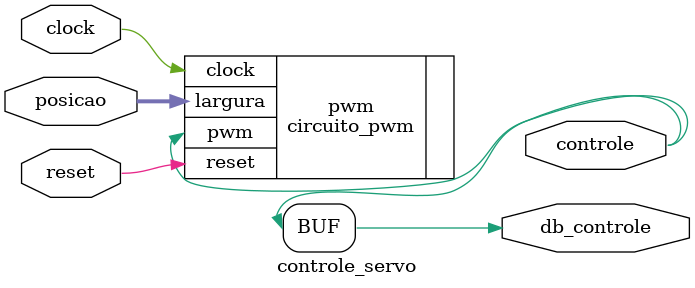
<source format=v>
module controle_servo (
 input wire clock,
 input wire reset,
 input wire [1:0] posicao,
 output wire controle,
 output wire db_controle
);

circuito_pwm #(    // valores adaptados para o servo motor
    .conf_periodo (1000000), 
    .largura_00 (0),    
    .largura_01 (50000),   
    .largura_10 (75000), 
    .largura_11 (100000)	 
) pwm (
    .clock (clock),
    .reset (reset),
    .largura (posicao),
    .pwm (controle)
);
	 
assign db_controle = controle;
	 
endmodule
</source>
